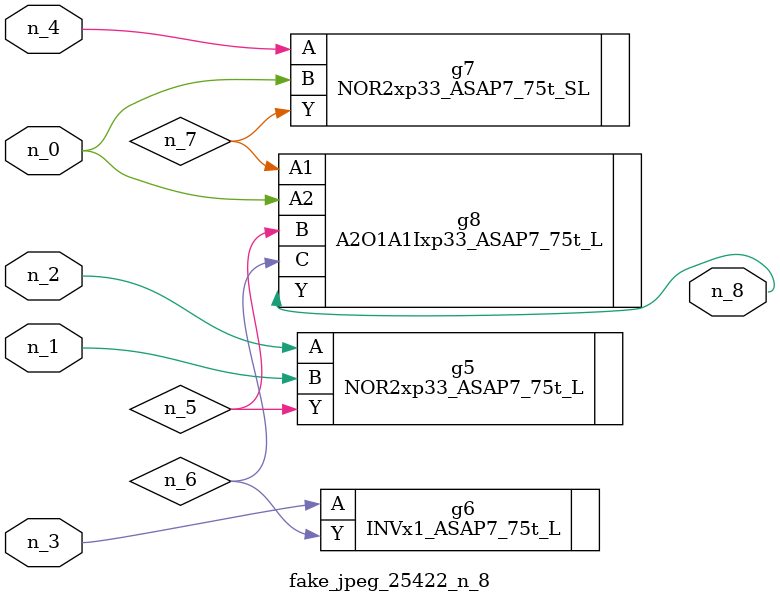
<source format=v>
module fake_jpeg_25422_n_8 (n_3, n_2, n_1, n_0, n_4, n_8);

input n_3;
input n_2;
input n_1;
input n_0;
input n_4;

output n_8;

wire n_6;
wire n_5;
wire n_7;

NOR2xp33_ASAP7_75t_L g5 ( 
.A(n_2),
.B(n_1),
.Y(n_5)
);

INVx1_ASAP7_75t_L g6 ( 
.A(n_3),
.Y(n_6)
);

NOR2xp33_ASAP7_75t_SL g7 ( 
.A(n_4),
.B(n_0),
.Y(n_7)
);

A2O1A1Ixp33_ASAP7_75t_L g8 ( 
.A1(n_7),
.A2(n_0),
.B(n_5),
.C(n_6),
.Y(n_8)
);


endmodule
</source>
